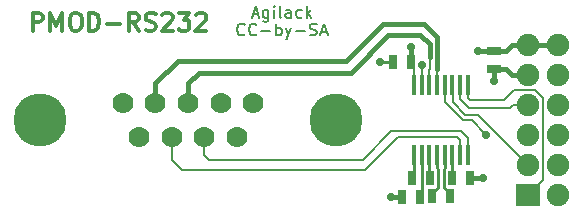
<source format=gtl>
G04 #@! TF.FileFunction,Copper,L1,Top,Signal*
%FSLAX46Y46*%
G04 Gerber Fmt 4.6, Leading zero omitted, Abs format (unit mm)*
G04 Created by KiCad (PCBNEW 4.0.2+dfsg1-stable) date ven. 30 juin 2017 17:47:39 CEST*
%MOMM*%
G01*
G04 APERTURE LIST*
%ADD10C,0.100000*%
%ADD11C,0.152400*%
%ADD12C,0.300000*%
%ADD13C,1.778000*%
%ADD14C,4.500000*%
%ADD15R,0.299720X1.780540*%
%ADD16R,0.635000X1.143000*%
%ADD17R,1.143000X0.635000*%
%ADD18R,2.000000X1.900000*%
%ADD19C,1.900000*%
%ADD20C,0.711200*%
%ADD21C,0.406400*%
%ADD22C,0.250000*%
%ADD23C,0.203200*%
G04 APERTURE END LIST*
D10*
D11*
X143289734Y-97766143D02*
X143242115Y-97813762D01*
X143099258Y-97861381D01*
X143004020Y-97861381D01*
X142861162Y-97813762D01*
X142765924Y-97718524D01*
X142718305Y-97623286D01*
X142670686Y-97432810D01*
X142670686Y-97289952D01*
X142718305Y-97099476D01*
X142765924Y-97004238D01*
X142861162Y-96909000D01*
X143004020Y-96861381D01*
X143099258Y-96861381D01*
X143242115Y-96909000D01*
X143289734Y-96956619D01*
X144289734Y-97766143D02*
X144242115Y-97813762D01*
X144099258Y-97861381D01*
X144004020Y-97861381D01*
X143861162Y-97813762D01*
X143765924Y-97718524D01*
X143718305Y-97623286D01*
X143670686Y-97432810D01*
X143670686Y-97289952D01*
X143718305Y-97099476D01*
X143765924Y-97004238D01*
X143861162Y-96909000D01*
X144004020Y-96861381D01*
X144099258Y-96861381D01*
X144242115Y-96909000D01*
X144289734Y-96956619D01*
X144718305Y-97480429D02*
X145480210Y-97480429D01*
X145956400Y-97861381D02*
X145956400Y-96861381D01*
X145956400Y-97242333D02*
X146051638Y-97194714D01*
X146242115Y-97194714D01*
X146337353Y-97242333D01*
X146384972Y-97289952D01*
X146432591Y-97385190D01*
X146432591Y-97670905D01*
X146384972Y-97766143D01*
X146337353Y-97813762D01*
X146242115Y-97861381D01*
X146051638Y-97861381D01*
X145956400Y-97813762D01*
X146765924Y-97194714D02*
X147004019Y-97861381D01*
X147242115Y-97194714D02*
X147004019Y-97861381D01*
X146908781Y-98099476D01*
X146861162Y-98147095D01*
X146765924Y-98194714D01*
X147623067Y-97480429D02*
X148384972Y-97480429D01*
X148813543Y-97813762D02*
X148956400Y-97861381D01*
X149194496Y-97861381D01*
X149289734Y-97813762D01*
X149337353Y-97766143D01*
X149384972Y-97670905D01*
X149384972Y-97575667D01*
X149337353Y-97480429D01*
X149289734Y-97432810D01*
X149194496Y-97385190D01*
X149004019Y-97337571D01*
X148908781Y-97289952D01*
X148861162Y-97242333D01*
X148813543Y-97147095D01*
X148813543Y-97051857D01*
X148861162Y-96956619D01*
X148908781Y-96909000D01*
X149004019Y-96861381D01*
X149242115Y-96861381D01*
X149384972Y-96909000D01*
X149765924Y-97575667D02*
X150242115Y-97575667D01*
X149670686Y-97861381D02*
X150004019Y-96861381D01*
X150337353Y-97861381D01*
X143980209Y-96077067D02*
X144456400Y-96077067D01*
X143884971Y-96362781D02*
X144218304Y-95362781D01*
X144551638Y-96362781D01*
X145313543Y-95696114D02*
X145313543Y-96505638D01*
X145265924Y-96600876D01*
X145218305Y-96648495D01*
X145123066Y-96696114D01*
X144980209Y-96696114D01*
X144884971Y-96648495D01*
X145313543Y-96315162D02*
X145218305Y-96362781D01*
X145027828Y-96362781D01*
X144932590Y-96315162D01*
X144884971Y-96267543D01*
X144837352Y-96172305D01*
X144837352Y-95886590D01*
X144884971Y-95791352D01*
X144932590Y-95743733D01*
X145027828Y-95696114D01*
X145218305Y-95696114D01*
X145313543Y-95743733D01*
X145789733Y-96362781D02*
X145789733Y-95696114D01*
X145789733Y-95362781D02*
X145742114Y-95410400D01*
X145789733Y-95458019D01*
X145837352Y-95410400D01*
X145789733Y-95362781D01*
X145789733Y-95458019D01*
X146408780Y-96362781D02*
X146313542Y-96315162D01*
X146265923Y-96219924D01*
X146265923Y-95362781D01*
X147218305Y-96362781D02*
X147218305Y-95838971D01*
X147170686Y-95743733D01*
X147075448Y-95696114D01*
X146884971Y-95696114D01*
X146789733Y-95743733D01*
X147218305Y-96315162D02*
X147123067Y-96362781D01*
X146884971Y-96362781D01*
X146789733Y-96315162D01*
X146742114Y-96219924D01*
X146742114Y-96124686D01*
X146789733Y-96029448D01*
X146884971Y-95981829D01*
X147123067Y-95981829D01*
X147218305Y-95934210D01*
X148123067Y-96315162D02*
X148027829Y-96362781D01*
X147837352Y-96362781D01*
X147742114Y-96315162D01*
X147694495Y-96267543D01*
X147646876Y-96172305D01*
X147646876Y-95886590D01*
X147694495Y-95791352D01*
X147742114Y-95743733D01*
X147837352Y-95696114D01*
X148027829Y-95696114D01*
X148123067Y-95743733D01*
X148551638Y-96362781D02*
X148551638Y-95362781D01*
X148646876Y-95981829D02*
X148932591Y-96362781D01*
X148932591Y-95696114D02*
X148551638Y-96077067D01*
D12*
X125342772Y-97452571D02*
X125342772Y-95952571D01*
X125914200Y-95952571D01*
X126057058Y-96024000D01*
X126128486Y-96095429D01*
X126199915Y-96238286D01*
X126199915Y-96452571D01*
X126128486Y-96595429D01*
X126057058Y-96666857D01*
X125914200Y-96738286D01*
X125342772Y-96738286D01*
X126842772Y-97452571D02*
X126842772Y-95952571D01*
X127342772Y-97024000D01*
X127842772Y-95952571D01*
X127842772Y-97452571D01*
X128842772Y-95952571D02*
X129128486Y-95952571D01*
X129271344Y-96024000D01*
X129414201Y-96166857D01*
X129485629Y-96452571D01*
X129485629Y-96952571D01*
X129414201Y-97238286D01*
X129271344Y-97381143D01*
X129128486Y-97452571D01*
X128842772Y-97452571D01*
X128699915Y-97381143D01*
X128557058Y-97238286D01*
X128485629Y-96952571D01*
X128485629Y-96452571D01*
X128557058Y-96166857D01*
X128699915Y-96024000D01*
X128842772Y-95952571D01*
X130128487Y-97452571D02*
X130128487Y-95952571D01*
X130485630Y-95952571D01*
X130699915Y-96024000D01*
X130842773Y-96166857D01*
X130914201Y-96309714D01*
X130985630Y-96595429D01*
X130985630Y-96809714D01*
X130914201Y-97095429D01*
X130842773Y-97238286D01*
X130699915Y-97381143D01*
X130485630Y-97452571D01*
X130128487Y-97452571D01*
X131628487Y-96881143D02*
X132771344Y-96881143D01*
X134342773Y-97452571D02*
X133842773Y-96738286D01*
X133485630Y-97452571D02*
X133485630Y-95952571D01*
X134057058Y-95952571D01*
X134199916Y-96024000D01*
X134271344Y-96095429D01*
X134342773Y-96238286D01*
X134342773Y-96452571D01*
X134271344Y-96595429D01*
X134199916Y-96666857D01*
X134057058Y-96738286D01*
X133485630Y-96738286D01*
X134914201Y-97381143D02*
X135128487Y-97452571D01*
X135485630Y-97452571D01*
X135628487Y-97381143D01*
X135699916Y-97309714D01*
X135771344Y-97166857D01*
X135771344Y-97024000D01*
X135699916Y-96881143D01*
X135628487Y-96809714D01*
X135485630Y-96738286D01*
X135199916Y-96666857D01*
X135057058Y-96595429D01*
X134985630Y-96524000D01*
X134914201Y-96381143D01*
X134914201Y-96238286D01*
X134985630Y-96095429D01*
X135057058Y-96024000D01*
X135199916Y-95952571D01*
X135557058Y-95952571D01*
X135771344Y-96024000D01*
X136342772Y-96095429D02*
X136414201Y-96024000D01*
X136557058Y-95952571D01*
X136914201Y-95952571D01*
X137057058Y-96024000D01*
X137128487Y-96095429D01*
X137199915Y-96238286D01*
X137199915Y-96381143D01*
X137128487Y-96595429D01*
X136271344Y-97452571D01*
X137199915Y-97452571D01*
X137699915Y-95952571D02*
X138628486Y-95952571D01*
X138128486Y-96524000D01*
X138342772Y-96524000D01*
X138485629Y-96595429D01*
X138557058Y-96666857D01*
X138628486Y-96809714D01*
X138628486Y-97166857D01*
X138557058Y-97309714D01*
X138485629Y-97381143D01*
X138342772Y-97452571D01*
X137914200Y-97452571D01*
X137771343Y-97381143D01*
X137699915Y-97309714D01*
X139199914Y-96095429D02*
X139271343Y-96024000D01*
X139414200Y-95952571D01*
X139771343Y-95952571D01*
X139914200Y-96024000D01*
X139985629Y-96095429D01*
X140057057Y-96238286D01*
X140057057Y-96381143D01*
X139985629Y-96595429D01*
X139128486Y-97452571D01*
X140057057Y-97452571D01*
D13*
X132966200Y-103580000D03*
X135736200Y-103580000D03*
X138506200Y-103580000D03*
X141276200Y-103580000D03*
X144046200Y-103580000D03*
X134351200Y-106420000D03*
X137121200Y-106420000D03*
X139891200Y-106420000D03*
X142661200Y-106420000D03*
D14*
X126011200Y-105000000D03*
X151001200Y-105000000D03*
D15*
X157643400Y-107969260D03*
X158293400Y-107969260D03*
X158943400Y-107969260D03*
X159593400Y-107969260D03*
X160243400Y-107969260D03*
X160893400Y-107969260D03*
X161543400Y-107969260D03*
X162193400Y-107969260D03*
X162193400Y-102030740D03*
X161543400Y-102030740D03*
X160893400Y-102030740D03*
X160243400Y-102030740D03*
X159593400Y-102030740D03*
X158943400Y-102030740D03*
X158293400Y-102030740D03*
X157643400Y-102030740D03*
D16*
X157429200Y-109956600D03*
X158953200Y-109956600D03*
X159156400Y-111480600D03*
X160680400Y-111480600D03*
X158140400Y-111506000D03*
X156616400Y-111506000D03*
X162407600Y-109956600D03*
X160883600Y-109956600D03*
D17*
X164414200Y-99161600D03*
X164414200Y-100685600D03*
D16*
X157378400Y-100139500D03*
X155854400Y-100139500D03*
D18*
X167309800Y-111350000D03*
D19*
X167309800Y-108810000D03*
X167309800Y-106270000D03*
X167309800Y-103730000D03*
X167309800Y-101190000D03*
X167309800Y-98650000D03*
X169849800Y-111350000D03*
X169849800Y-108810000D03*
X169849800Y-106270000D03*
X169849800Y-103730000D03*
X169849800Y-101190000D03*
X169849800Y-98650000D03*
D20*
X164414200Y-101752400D03*
X154774900Y-100139500D03*
X155689300Y-111506000D03*
X163499800Y-109956600D03*
X158292800Y-100406200D03*
X163741100Y-106273600D03*
X157378400Y-98806000D03*
X163080700Y-99161600D03*
D21*
X164414200Y-100685600D02*
X164414200Y-101752400D01*
D22*
X155854400Y-100139500D02*
X154774900Y-100139500D01*
D21*
X167309800Y-101190000D02*
X165896500Y-101190000D01*
X165392100Y-100685600D02*
X164414200Y-100685600D01*
X165896500Y-101190000D02*
X165392100Y-100685600D01*
X156616400Y-111506000D02*
X155689300Y-111506000D01*
X162407600Y-109956600D02*
X163499800Y-109956600D01*
D23*
X158293400Y-102030740D02*
X158293400Y-100406800D01*
X158293400Y-100406800D02*
X158292800Y-100406200D01*
X159593400Y-102030740D02*
X159588200Y-102025540D01*
X159588200Y-102025540D02*
X159588200Y-100736400D01*
D21*
X159588200Y-97993200D02*
X159588200Y-100736400D01*
X158483300Y-96888300D02*
X155003500Y-96888300D01*
X137668000Y-99999800D02*
X151892000Y-99999800D01*
X151892000Y-99999800D02*
X155003500Y-96888300D01*
X135737600Y-103578600D02*
X135737600Y-101930200D01*
X135737600Y-101930200D02*
X137668000Y-99999800D01*
X158483300Y-96888300D02*
X159588200Y-97993200D01*
X135736200Y-103580000D02*
X135737600Y-103578600D01*
X158953200Y-98602800D02*
X158953200Y-99669600D01*
D23*
X158953200Y-99999800D02*
X158953200Y-99669600D01*
X158943400Y-100822400D02*
X158943400Y-102030740D01*
X159029400Y-100736400D02*
X159029400Y-100076000D01*
X158943400Y-100822400D02*
X159029400Y-100736400D01*
X159029400Y-100076000D02*
X158953200Y-99999800D01*
D21*
X158178500Y-97828100D02*
X158953200Y-98602800D01*
X138506200Y-101930200D02*
X139420600Y-101015800D01*
X139420600Y-101015800D02*
X152285700Y-101015800D01*
X152285700Y-101015800D02*
X155473400Y-97828100D01*
X138506200Y-101930200D02*
X138506200Y-103580000D01*
X158178500Y-97828100D02*
X155473400Y-97828100D01*
D23*
X161543400Y-107969260D02*
X161543400Y-106730200D01*
X137121200Y-108393800D02*
X137121200Y-106420000D01*
X137972800Y-109245400D02*
X137121200Y-108393800D01*
X153517600Y-109245400D02*
X137972800Y-109245400D01*
X156311600Y-106451400D02*
X153517600Y-109245400D01*
X161264600Y-106451400D02*
X156311600Y-106451400D01*
X161543400Y-106730200D02*
X161264600Y-106451400D01*
X162193400Y-107969260D02*
X162193400Y-106567400D01*
X139891200Y-108014200D02*
X139891200Y-106420000D01*
X140284200Y-108407200D02*
X139891200Y-108014200D01*
X153314400Y-108407200D02*
X140284200Y-108407200D01*
X155727400Y-105994200D02*
X153314400Y-108407200D01*
X161620200Y-105994200D02*
X155727400Y-105994200D01*
X162193400Y-106567400D02*
X161620200Y-105994200D01*
D22*
X157429200Y-109956600D02*
X157429200Y-109601000D01*
X157429200Y-109601000D02*
X157643400Y-109386800D01*
X157643400Y-109386800D02*
X157643400Y-107969260D01*
X158293400Y-107969260D02*
X158293400Y-111353000D01*
X158293400Y-111353000D02*
X158140400Y-111506000D01*
X158293400Y-111251400D02*
X158292800Y-111252000D01*
X158943400Y-107969260D02*
X158943400Y-109946800D01*
X158943400Y-109946800D02*
X158953200Y-109956600D01*
X159593400Y-107969260D02*
X159593400Y-109123600D01*
X159639000Y-110744000D02*
X159156400Y-111226600D01*
X159639000Y-109169200D02*
X159639000Y-110744000D01*
X159593400Y-109123600D02*
X159639000Y-109169200D01*
X159156400Y-111226600D02*
X159156400Y-111480600D01*
X159156400Y-111048800D02*
X159156400Y-111302800D01*
X160243400Y-107969260D02*
X160243400Y-109123600D01*
X160197800Y-110744000D02*
X160680400Y-111226600D01*
X160197800Y-109169200D02*
X160197800Y-110744000D01*
X160243400Y-109123600D02*
X160197800Y-109169200D01*
X160680400Y-111226600D02*
X160680400Y-111480600D01*
X160680400Y-111048800D02*
X160680400Y-111302800D01*
X160893400Y-107969260D02*
X160893400Y-109946800D01*
X160893400Y-109946800D02*
X160883600Y-109956600D01*
D23*
X167843200Y-102463600D02*
X166090600Y-102463600D01*
X162193400Y-103176500D02*
X162344100Y-103327200D01*
X162344100Y-103327200D02*
X165227000Y-103327200D01*
X165227000Y-103327200D02*
X166090600Y-102463600D01*
X162193400Y-102030740D02*
X162193400Y-103176500D01*
X168579800Y-110080000D02*
X168579800Y-103200200D01*
X168579800Y-103200200D02*
X167843200Y-102463600D01*
X168579800Y-110080000D02*
X167309800Y-111350000D01*
X160893400Y-102030740D02*
X160896300Y-102033640D01*
X160896300Y-102033640D02*
X160896300Y-103479600D01*
X167309800Y-108810000D02*
X163071600Y-104571800D01*
X161988500Y-104571800D02*
X160896300Y-103479600D01*
X163071600Y-104571800D02*
X161988500Y-104571800D01*
X160243400Y-103487100D02*
X161798000Y-105041700D01*
X161798000Y-105041700D02*
X162509200Y-105041700D01*
X162509200Y-105041700D02*
X163741100Y-106273600D01*
X160243400Y-103487100D02*
X160243400Y-102030740D01*
X167309800Y-103730000D02*
X166043400Y-103730000D01*
X161543400Y-103225000D02*
X161543400Y-102030740D01*
X162331400Y-104013000D02*
X161543400Y-103225000D01*
X165760400Y-104013000D02*
X162331400Y-104013000D01*
X166043400Y-103730000D02*
X165760400Y-104013000D01*
D21*
X157378400Y-100139500D02*
X157378400Y-98806000D01*
X163080700Y-99161600D02*
X164414200Y-99161600D01*
D23*
X157643400Y-102030740D02*
X157643400Y-100725400D01*
X157643400Y-100725400D02*
X157378400Y-100460400D01*
X157378400Y-100460400D02*
X157378400Y-100139500D01*
D21*
X167309800Y-98650000D02*
X165903700Y-98650000D01*
X165903700Y-98650000D02*
X165392100Y-99161600D01*
X165392100Y-99161600D02*
X164414200Y-99161600D01*
X169849800Y-98650000D02*
X167309800Y-98650000D01*
M02*

</source>
